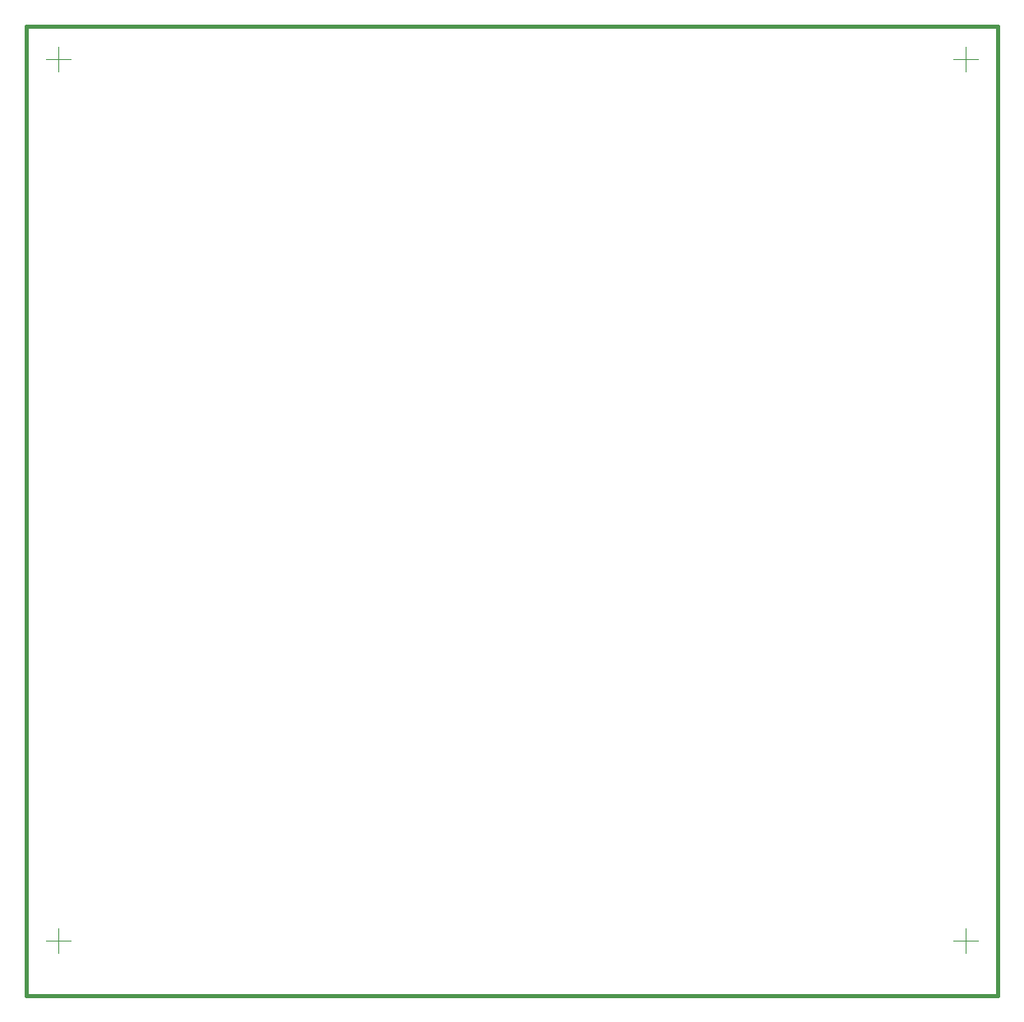
<source format=gbr>
G04 (created by PCBNEW (2013-07-07 BZR 4022)-stable) date 06/01/2015 12:36:27*
%MOIN*%
G04 Gerber Fmt 3.4, Leading zero omitted, Abs format*
%FSLAX34Y34*%
G01*
G70*
G90*
G04 APERTURE LIST*
%ADD10C,0.00590551*%
%ADD11C,0.015*%
%ADD12C,0.004*%
G04 APERTURE END LIST*
G54D10*
G54D11*
X39800Y-23400D02*
X79200Y-23400D01*
X39800Y-62750D02*
X39800Y-23400D01*
X79200Y-62750D02*
X39800Y-62750D01*
X79200Y-23400D02*
X79200Y-62750D01*
G54D12*
X77400Y-24750D02*
X78400Y-24750D01*
X77900Y-24250D02*
X77900Y-25250D01*
X40600Y-24750D02*
X41600Y-24750D01*
X41100Y-24250D02*
X41100Y-25250D01*
X77400Y-60500D02*
X78400Y-60500D01*
X77900Y-60000D02*
X77900Y-61000D01*
X40600Y-60500D02*
X41600Y-60500D01*
X41100Y-60000D02*
X41100Y-61000D01*
M02*

</source>
